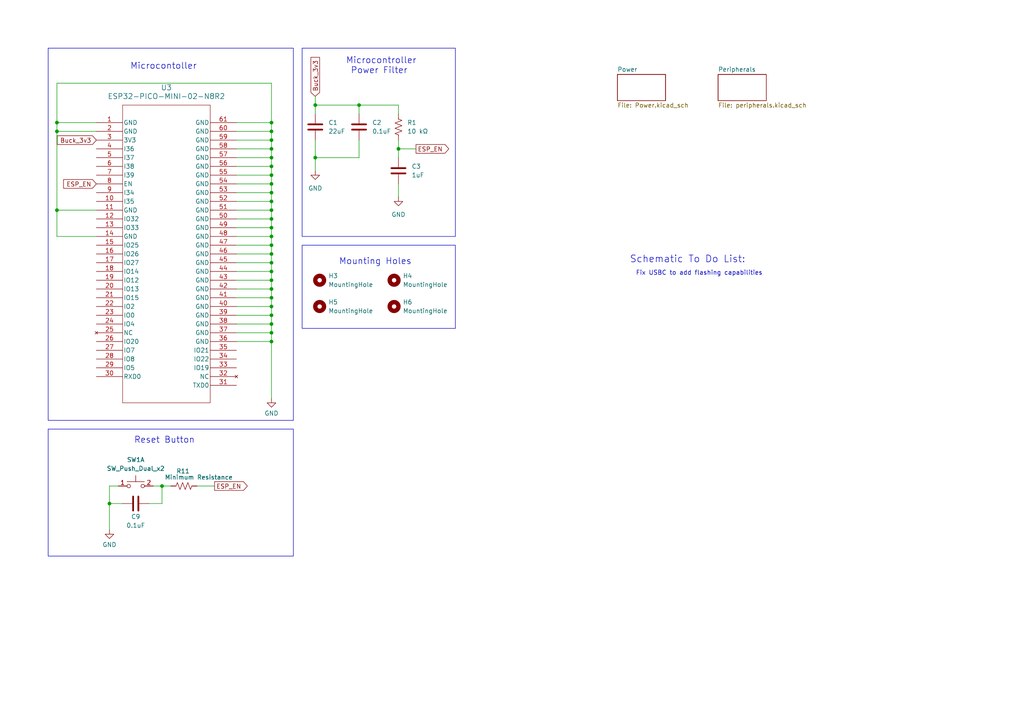
<source format=kicad_sch>
(kicad_sch
	(version 20250114)
	(generator "eeschema")
	(generator_version "9.0")
	(uuid "38abc652-c887-4ef7-a45f-d93ca7f4b2d6")
	(paper "A4")
	(lib_symbols
		(symbol "Device:C"
			(pin_numbers
				(hide yes)
			)
			(pin_names
				(offset 0.254)
			)
			(exclude_from_sim no)
			(in_bom yes)
			(on_board yes)
			(property "Reference" "C"
				(at 0.635 2.54 0)
				(effects
					(font
						(size 1.27 1.27)
					)
					(justify left)
				)
			)
			(property "Value" "C"
				(at 0.635 -2.54 0)
				(effects
					(font
						(size 1.27 1.27)
					)
					(justify left)
				)
			)
			(property "Footprint" ""
				(at 0.9652 -3.81 0)
				(effects
					(font
						(size 1.27 1.27)
					)
					(hide yes)
				)
			)
			(property "Datasheet" "~"
				(at 0 0 0)
				(effects
					(font
						(size 1.27 1.27)
					)
					(hide yes)
				)
			)
			(property "Description" "Unpolarized capacitor"
				(at 0 0 0)
				(effects
					(font
						(size 1.27 1.27)
					)
					(hide yes)
				)
			)
			(property "ki_keywords" "cap capacitor"
				(at 0 0 0)
				(effects
					(font
						(size 1.27 1.27)
					)
					(hide yes)
				)
			)
			(property "ki_fp_filters" "C_*"
				(at 0 0 0)
				(effects
					(font
						(size 1.27 1.27)
					)
					(hide yes)
				)
			)
			(symbol "C_0_1"
				(polyline
					(pts
						(xy -2.032 0.762) (xy 2.032 0.762)
					)
					(stroke
						(width 0.508)
						(type default)
					)
					(fill
						(type none)
					)
				)
				(polyline
					(pts
						(xy -2.032 -0.762) (xy 2.032 -0.762)
					)
					(stroke
						(width 0.508)
						(type default)
					)
					(fill
						(type none)
					)
				)
			)
			(symbol "C_1_1"
				(pin passive line
					(at 0 3.81 270)
					(length 2.794)
					(name "~"
						(effects
							(font
								(size 1.27 1.27)
							)
						)
					)
					(number "1"
						(effects
							(font
								(size 1.27 1.27)
							)
						)
					)
				)
				(pin passive line
					(at 0 -3.81 90)
					(length 2.794)
					(name "~"
						(effects
							(font
								(size 1.27 1.27)
							)
						)
					)
					(number "2"
						(effects
							(font
								(size 1.27 1.27)
							)
						)
					)
				)
			)
			(embedded_fonts no)
		)
		(symbol "Device:R_US"
			(pin_numbers
				(hide yes)
			)
			(pin_names
				(offset 0)
			)
			(exclude_from_sim no)
			(in_bom yes)
			(on_board yes)
			(property "Reference" "R"
				(at 2.54 0 90)
				(effects
					(font
						(size 1.27 1.27)
					)
				)
			)
			(property "Value" "R_US"
				(at -2.54 0 90)
				(effects
					(font
						(size 1.27 1.27)
					)
				)
			)
			(property "Footprint" ""
				(at 1.016 -0.254 90)
				(effects
					(font
						(size 1.27 1.27)
					)
					(hide yes)
				)
			)
			(property "Datasheet" "~"
				(at 0 0 0)
				(effects
					(font
						(size 1.27 1.27)
					)
					(hide yes)
				)
			)
			(property "Description" "Resistor, US symbol"
				(at 0 0 0)
				(effects
					(font
						(size 1.27 1.27)
					)
					(hide yes)
				)
			)
			(property "ki_keywords" "R res resistor"
				(at 0 0 0)
				(effects
					(font
						(size 1.27 1.27)
					)
					(hide yes)
				)
			)
			(property "ki_fp_filters" "R_*"
				(at 0 0 0)
				(effects
					(font
						(size 1.27 1.27)
					)
					(hide yes)
				)
			)
			(symbol "R_US_0_1"
				(polyline
					(pts
						(xy 0 2.286) (xy 0 2.54)
					)
					(stroke
						(width 0)
						(type default)
					)
					(fill
						(type none)
					)
				)
				(polyline
					(pts
						(xy 0 2.286) (xy 1.016 1.905) (xy 0 1.524) (xy -1.016 1.143) (xy 0 0.762)
					)
					(stroke
						(width 0)
						(type default)
					)
					(fill
						(type none)
					)
				)
				(polyline
					(pts
						(xy 0 0.762) (xy 1.016 0.381) (xy 0 0) (xy -1.016 -0.381) (xy 0 -0.762)
					)
					(stroke
						(width 0)
						(type default)
					)
					(fill
						(type none)
					)
				)
				(polyline
					(pts
						(xy 0 -0.762) (xy 1.016 -1.143) (xy 0 -1.524) (xy -1.016 -1.905) (xy 0 -2.286)
					)
					(stroke
						(width 0)
						(type default)
					)
					(fill
						(type none)
					)
				)
				(polyline
					(pts
						(xy 0 -2.286) (xy 0 -2.54)
					)
					(stroke
						(width 0)
						(type default)
					)
					(fill
						(type none)
					)
				)
			)
			(symbol "R_US_1_1"
				(pin passive line
					(at 0 3.81 270)
					(length 1.27)
					(name "~"
						(effects
							(font
								(size 1.27 1.27)
							)
						)
					)
					(number "1"
						(effects
							(font
								(size 1.27 1.27)
							)
						)
					)
				)
				(pin passive line
					(at 0 -3.81 90)
					(length 1.27)
					(name "~"
						(effects
							(font
								(size 1.27 1.27)
							)
						)
					)
					(number "2"
						(effects
							(font
								(size 1.27 1.27)
							)
						)
					)
				)
			)
			(embedded_fonts no)
		)
		(symbol "ESP32:ESP32-PICO-MINI-02-N8R2"
			(pin_names
				(offset 0.254)
			)
			(exclude_from_sim no)
			(in_bom yes)
			(on_board yes)
			(property "Reference" "U"
				(at 20.32 10.16 0)
				(effects
					(font
						(size 1.524 1.524)
					)
				)
			)
			(property "Value" "ESP32-PICO-MINI-02-N8R2"
				(at 20.32 7.62 0)
				(effects
					(font
						(size 1.524 1.524)
					)
				)
			)
			(property "Footprint" "ESP32-PICO-MINI-02_EXP"
				(at 0 0 0)
				(effects
					(font
						(size 1.27 1.27)
						(italic yes)
					)
					(hide yes)
				)
			)
			(property "Datasheet" "ESP32-PICO-MINI-02-N8R2"
				(at 0 0 0)
				(effects
					(font
						(size 1.27 1.27)
						(italic yes)
					)
					(hide yes)
				)
			)
			(property "Description" ""
				(at 0 0 0)
				(effects
					(font
						(size 1.27 1.27)
					)
					(hide yes)
				)
			)
			(property "ki_locked" ""
				(at 0 0 0)
				(effects
					(font
						(size 1.27 1.27)
					)
				)
			)
			(property "ki_keywords" "ESP32-PICO-MINI-02-N8R2"
				(at 0 0 0)
				(effects
					(font
						(size 1.27 1.27)
					)
					(hide yes)
				)
			)
			(property "ki_fp_filters" "ESP32-PICO-MINI-02_EXP"
				(at 0 0 0)
				(effects
					(font
						(size 1.27 1.27)
					)
					(hide yes)
				)
			)
			(symbol "ESP32-PICO-MINI-02-N8R2_0_1"
				(polyline
					(pts
						(xy 7.62 5.08) (xy 7.62 -81.28)
					)
					(stroke
						(width 0.127)
						(type default)
					)
					(fill
						(type none)
					)
				)
				(polyline
					(pts
						(xy 7.62 -81.28) (xy 33.02 -81.28)
					)
					(stroke
						(width 0.127)
						(type default)
					)
					(fill
						(type none)
					)
				)
				(polyline
					(pts
						(xy 33.02 5.08) (xy 7.62 5.08)
					)
					(stroke
						(width 0.127)
						(type default)
					)
					(fill
						(type none)
					)
				)
				(polyline
					(pts
						(xy 33.02 -81.28) (xy 33.02 5.08)
					)
					(stroke
						(width 0.127)
						(type default)
					)
					(fill
						(type none)
					)
				)
				(pin power_out line
					(at 0 0 0)
					(length 7.62)
					(name "GND"
						(effects
							(font
								(size 1.27 1.27)
							)
						)
					)
					(number "1"
						(effects
							(font
								(size 1.27 1.27)
							)
						)
					)
				)
				(pin power_out line
					(at 0 -2.54 0)
					(length 7.62)
					(name "GND"
						(effects
							(font
								(size 1.27 1.27)
							)
						)
					)
					(number "2"
						(effects
							(font
								(size 1.27 1.27)
							)
						)
					)
				)
				(pin power_in line
					(at 0 -5.08 0)
					(length 7.62)
					(name "3V3"
						(effects
							(font
								(size 1.27 1.27)
							)
						)
					)
					(number "3"
						(effects
							(font
								(size 1.27 1.27)
							)
						)
					)
				)
				(pin input line
					(at 0 -7.62 0)
					(length 7.62)
					(name "I36"
						(effects
							(font
								(size 1.27 1.27)
							)
						)
					)
					(number "4"
						(effects
							(font
								(size 1.27 1.27)
							)
						)
					)
				)
				(pin input line
					(at 0 -10.16 0)
					(length 7.62)
					(name "I37"
						(effects
							(font
								(size 1.27 1.27)
							)
						)
					)
					(number "5"
						(effects
							(font
								(size 1.27 1.27)
							)
						)
					)
				)
				(pin input line
					(at 0 -12.7 0)
					(length 7.62)
					(name "I38"
						(effects
							(font
								(size 1.27 1.27)
							)
						)
					)
					(number "6"
						(effects
							(font
								(size 1.27 1.27)
							)
						)
					)
				)
				(pin input line
					(at 0 -15.24 0)
					(length 7.62)
					(name "I39"
						(effects
							(font
								(size 1.27 1.27)
							)
						)
					)
					(number "7"
						(effects
							(font
								(size 1.27 1.27)
							)
						)
					)
				)
				(pin input line
					(at 0 -17.78 0)
					(length 7.62)
					(name "EN"
						(effects
							(font
								(size 1.27 1.27)
							)
						)
					)
					(number "8"
						(effects
							(font
								(size 1.27 1.27)
							)
						)
					)
				)
				(pin input line
					(at 0 -20.32 0)
					(length 7.62)
					(name "I34"
						(effects
							(font
								(size 1.27 1.27)
							)
						)
					)
					(number "9"
						(effects
							(font
								(size 1.27 1.27)
							)
						)
					)
				)
				(pin input line
					(at 0 -22.86 0)
					(length 7.62)
					(name "I35"
						(effects
							(font
								(size 1.27 1.27)
							)
						)
					)
					(number "10"
						(effects
							(font
								(size 1.27 1.27)
							)
						)
					)
				)
				(pin power_out line
					(at 0 -25.4 0)
					(length 7.62)
					(name "GND"
						(effects
							(font
								(size 1.27 1.27)
							)
						)
					)
					(number "11"
						(effects
							(font
								(size 1.27 1.27)
							)
						)
					)
				)
				(pin bidirectional line
					(at 0 -27.94 0)
					(length 7.62)
					(name "IO32"
						(effects
							(font
								(size 1.27 1.27)
							)
						)
					)
					(number "12"
						(effects
							(font
								(size 1.27 1.27)
							)
						)
					)
				)
				(pin bidirectional line
					(at 0 -30.48 0)
					(length 7.62)
					(name "IO33"
						(effects
							(font
								(size 1.27 1.27)
							)
						)
					)
					(number "13"
						(effects
							(font
								(size 1.27 1.27)
							)
						)
					)
				)
				(pin power_out line
					(at 0 -33.02 0)
					(length 7.62)
					(name "GND"
						(effects
							(font
								(size 1.27 1.27)
							)
						)
					)
					(number "14"
						(effects
							(font
								(size 1.27 1.27)
							)
						)
					)
				)
				(pin bidirectional line
					(at 0 -35.56 0)
					(length 7.62)
					(name "IO25"
						(effects
							(font
								(size 1.27 1.27)
							)
						)
					)
					(number "15"
						(effects
							(font
								(size 1.27 1.27)
							)
						)
					)
				)
				(pin bidirectional line
					(at 0 -38.1 0)
					(length 7.62)
					(name "IO26"
						(effects
							(font
								(size 1.27 1.27)
							)
						)
					)
					(number "16"
						(effects
							(font
								(size 1.27 1.27)
							)
						)
					)
				)
				(pin bidirectional line
					(at 0 -40.64 0)
					(length 7.62)
					(name "IO27"
						(effects
							(font
								(size 1.27 1.27)
							)
						)
					)
					(number "17"
						(effects
							(font
								(size 1.27 1.27)
							)
						)
					)
				)
				(pin bidirectional line
					(at 0 -43.18 0)
					(length 7.62)
					(name "IO14"
						(effects
							(font
								(size 1.27 1.27)
							)
						)
					)
					(number "18"
						(effects
							(font
								(size 1.27 1.27)
							)
						)
					)
				)
				(pin bidirectional line
					(at 0 -45.72 0)
					(length 7.62)
					(name "IO12"
						(effects
							(font
								(size 1.27 1.27)
							)
						)
					)
					(number "19"
						(effects
							(font
								(size 1.27 1.27)
							)
						)
					)
				)
				(pin bidirectional line
					(at 0 -48.26 0)
					(length 7.62)
					(name "IO13"
						(effects
							(font
								(size 1.27 1.27)
							)
						)
					)
					(number "20"
						(effects
							(font
								(size 1.27 1.27)
							)
						)
					)
				)
				(pin bidirectional line
					(at 0 -50.8 0)
					(length 7.62)
					(name "IO15"
						(effects
							(font
								(size 1.27 1.27)
							)
						)
					)
					(number "21"
						(effects
							(font
								(size 1.27 1.27)
							)
						)
					)
				)
				(pin bidirectional line
					(at 0 -53.34 0)
					(length 7.62)
					(name "IO2"
						(effects
							(font
								(size 1.27 1.27)
							)
						)
					)
					(number "22"
						(effects
							(font
								(size 1.27 1.27)
							)
						)
					)
				)
				(pin bidirectional line
					(at 0 -55.88 0)
					(length 7.62)
					(name "IO0"
						(effects
							(font
								(size 1.27 1.27)
							)
						)
					)
					(number "23"
						(effects
							(font
								(size 1.27 1.27)
							)
						)
					)
				)
				(pin bidirectional line
					(at 0 -58.42 0)
					(length 7.62)
					(name "IO4"
						(effects
							(font
								(size 1.27 1.27)
							)
						)
					)
					(number "24"
						(effects
							(font
								(size 1.27 1.27)
							)
						)
					)
				)
				(pin no_connect line
					(at 0 -60.96 0)
					(length 7.62)
					(name "NC"
						(effects
							(font
								(size 1.27 1.27)
							)
						)
					)
					(number "25"
						(effects
							(font
								(size 1.27 1.27)
							)
						)
					)
				)
				(pin bidirectional line
					(at 0 -63.5 0)
					(length 7.62)
					(name "IO20"
						(effects
							(font
								(size 1.27 1.27)
							)
						)
					)
					(number "26"
						(effects
							(font
								(size 1.27 1.27)
							)
						)
					)
				)
				(pin bidirectional line
					(at 0 -66.04 0)
					(length 7.62)
					(name "IO7"
						(effects
							(font
								(size 1.27 1.27)
							)
						)
					)
					(number "27"
						(effects
							(font
								(size 1.27 1.27)
							)
						)
					)
				)
				(pin bidirectional line
					(at 0 -68.58 0)
					(length 7.62)
					(name "IO8"
						(effects
							(font
								(size 1.27 1.27)
							)
						)
					)
					(number "28"
						(effects
							(font
								(size 1.27 1.27)
							)
						)
					)
				)
				(pin bidirectional line
					(at 0 -71.12 0)
					(length 7.62)
					(name "IO5"
						(effects
							(font
								(size 1.27 1.27)
							)
						)
					)
					(number "29"
						(effects
							(font
								(size 1.27 1.27)
							)
						)
					)
				)
				(pin bidirectional line
					(at 0 -73.66 0)
					(length 7.62)
					(name "RXD0"
						(effects
							(font
								(size 1.27 1.27)
							)
						)
					)
					(number "30"
						(effects
							(font
								(size 1.27 1.27)
							)
						)
					)
				)
				(pin power_out line
					(at 40.64 0 180)
					(length 7.62)
					(name "GND"
						(effects
							(font
								(size 1.27 1.27)
							)
						)
					)
					(number "61"
						(effects
							(font
								(size 1.27 1.27)
							)
						)
					)
				)
				(pin power_out line
					(at 40.64 -2.54 180)
					(length 7.62)
					(name "GND"
						(effects
							(font
								(size 1.27 1.27)
							)
						)
					)
					(number "60"
						(effects
							(font
								(size 1.27 1.27)
							)
						)
					)
				)
				(pin power_out line
					(at 40.64 -5.08 180)
					(length 7.62)
					(name "GND"
						(effects
							(font
								(size 1.27 1.27)
							)
						)
					)
					(number "59"
						(effects
							(font
								(size 1.27 1.27)
							)
						)
					)
				)
				(pin power_out line
					(at 40.64 -7.62 180)
					(length 7.62)
					(name "GND"
						(effects
							(font
								(size 1.27 1.27)
							)
						)
					)
					(number "58"
						(effects
							(font
								(size 1.27 1.27)
							)
						)
					)
				)
				(pin power_out line
					(at 40.64 -10.16 180)
					(length 7.62)
					(name "GND"
						(effects
							(font
								(size 1.27 1.27)
							)
						)
					)
					(number "57"
						(effects
							(font
								(size 1.27 1.27)
							)
						)
					)
				)
				(pin power_out line
					(at 40.64 -12.7 180)
					(length 7.62)
					(name "GND"
						(effects
							(font
								(size 1.27 1.27)
							)
						)
					)
					(number "56"
						(effects
							(font
								(size 1.27 1.27)
							)
						)
					)
				)
				(pin power_out line
					(at 40.64 -15.24 180)
					(length 7.62)
					(name "GND"
						(effects
							(font
								(size 1.27 1.27)
							)
						)
					)
					(number "55"
						(effects
							(font
								(size 1.27 1.27)
							)
						)
					)
				)
				(pin power_out line
					(at 40.64 -17.78 180)
					(length 7.62)
					(name "GND"
						(effects
							(font
								(size 1.27 1.27)
							)
						)
					)
					(number "54"
						(effects
							(font
								(size 1.27 1.27)
							)
						)
					)
				)
				(pin power_out line
					(at 40.64 -20.32 180)
					(length 7.62)
					(name "GND"
						(effects
							(font
								(size 1.27 1.27)
							)
						)
					)
					(number "53"
						(effects
							(font
								(size 1.27 1.27)
							)
						)
					)
				)
				(pin power_out line
					(at 40.64 -22.86 180)
					(length 7.62)
					(name "GND"
						(effects
							(font
								(size 1.27 1.27)
							)
						)
					)
					(number "52"
						(effects
							(font
								(size 1.27 1.27)
							)
						)
					)
				)
				(pin power_out line
					(at 40.64 -25.4 180)
					(length 7.62)
					(name "GND"
						(effects
							(font
								(size 1.27 1.27)
							)
						)
					)
					(number "51"
						(effects
							(font
								(size 1.27 1.27)
							)
						)
					)
				)
				(pin power_out line
					(at 40.64 -27.94 180)
					(length 7.62)
					(name "GND"
						(effects
							(font
								(size 1.27 1.27)
							)
						)
					)
					(number "50"
						(effects
							(font
								(size 1.27 1.27)
							)
						)
					)
				)
				(pin power_out line
					(at 40.64 -30.48 180)
					(length 7.62)
					(name "GND"
						(effects
							(font
								(size 1.27 1.27)
							)
						)
					)
					(number "49"
						(effects
							(font
								(size 1.27 1.27)
							)
						)
					)
				)
				(pin power_out line
					(at 40.64 -33.02 180)
					(length 7.62)
					(name "GND"
						(effects
							(font
								(size 1.27 1.27)
							)
						)
					)
					(number "48"
						(effects
							(font
								(size 1.27 1.27)
							)
						)
					)
				)
				(pin power_out line
					(at 40.64 -35.56 180)
					(length 7.62)
					(name "GND"
						(effects
							(font
								(size 1.27 1.27)
							)
						)
					)
					(number "47"
						(effects
							(font
								(size 1.27 1.27)
							)
						)
					)
				)
				(pin power_out line
					(at 40.64 -38.1 180)
					(length 7.62)
					(name "GND"
						(effects
							(font
								(size 1.27 1.27)
							)
						)
					)
					(number "46"
						(effects
							(font
								(size 1.27 1.27)
							)
						)
					)
				)
				(pin power_out line
					(at 40.64 -40.64 180)
					(length 7.62)
					(name "GND"
						(effects
							(font
								(size 1.27 1.27)
							)
						)
					)
					(number "45"
						(effects
							(font
								(size 1.27 1.27)
							)
						)
					)
				)
				(pin power_out line
					(at 40.64 -43.18 180)
					(length 7.62)
					(name "GND"
						(effects
							(font
								(size 1.27 1.27)
							)
						)
					)
					(number "44"
						(effects
							(font
								(size 1.27 1.27)
							)
						)
					)
				)
				(pin power_out line
					(at 40.64 -45.72 180)
					(length 7.62)
					(name "GND"
						(effects
							(font
								(size 1.27 1.27)
							)
						)
					)
					(number "43"
						(effects
							(font
								(size 1.27 1.27)
							)
						)
					)
				)
				(pin power_out line
					(at 40.64 -48.26 180)
					(length 7.62)
					(name "GND"
						(effects
							(font
								(size 1.27 1.27)
							)
						)
					)
					(number "42"
						(effects
							(font
								(size 1.27 1.27)
							)
						)
					)
				)
				(pin power_out line
					(at 40.64 -50.8 180)
					(length 7.62)
					(name "GND"
						(effects
							(font
								(size 1.27 1.27)
							)
						)
					)
					(number "41"
						(effects
							(font
								(size 1.27 1.27)
							)
						)
					)
				)
				(pin power_out line
					(at 40.64 -53.34 180)
					(length 7.62)
					(name "GND"
						(effects
							(font
								(size 1.27 1.27)
							)
						)
					)
					(number "40"
						(effects
							(font
								(size 1.27 1.27)
							)
						)
					)
				)
				(pin power_out line
					(at 40.64 -55.88 180)
					(length 7.62)
					(name "GND"
						(effects
							(font
								(size 1.27 1.27)
							)
						)
					)
					(number "39"
						(effects
							(font
								(size 1.27 1.27)
							)
						)
					)
				)
				(pin power_out line
					(at 40.64 -58.42 180)
					(length 7.62)
					(name "GND"
						(effects
							(font
								(size 1.27 1.27)
							)
						)
					)
					(number "38"
						(effects
							(font
								(size 1.27 1.27)
							)
						)
					)
				)
				(pin power_out line
					(at 40.64 -60.96 180)
					(length 7.62)
					(name "GND"
						(effects
							(font
								(size 1.27 1.27)
							)
						)
					)
					(number "37"
						(effects
							(font
								(size 1.27 1.27)
							)
						)
					)
				)
				(pin power_out line
					(at 40.64 -63.5 180)
					(length 7.62)
					(name "GND"
						(effects
							(font
								(size 1.27 1.27)
							)
						)
					)
					(number "36"
						(effects
							(font
								(size 1.27 1.27)
							)
						)
					)
				)
				(pin bidirectional line
					(at 40.64 -66.04 180)
					(length 7.62)
					(name "IO21"
						(effects
							(font
								(size 1.27 1.27)
							)
						)
					)
					(number "35"
						(effects
							(font
								(size 1.27 1.27)
							)
						)
					)
				)
				(pin bidirectional line
					(at 40.64 -68.58 180)
					(length 7.62)
					(name "IO22"
						(effects
							(font
								(size 1.27 1.27)
							)
						)
					)
					(number "34"
						(effects
							(font
								(size 1.27 1.27)
							)
						)
					)
				)
				(pin bidirectional line
					(at 40.64 -71.12 180)
					(length 7.62)
					(name "IO19"
						(effects
							(font
								(size 1.27 1.27)
							)
						)
					)
					(number "33"
						(effects
							(font
								(size 1.27 1.27)
							)
						)
					)
				)
				(pin no_connect line
					(at 40.64 -73.66 180)
					(length 7.62)
					(name "NC"
						(effects
							(font
								(size 1.27 1.27)
							)
						)
					)
					(number "32"
						(effects
							(font
								(size 1.27 1.27)
							)
						)
					)
				)
				(pin bidirectional line
					(at 40.64 -76.2 180)
					(length 7.62)
					(name "TXD0"
						(effects
							(font
								(size 1.27 1.27)
							)
						)
					)
					(number "31"
						(effects
							(font
								(size 1.27 1.27)
							)
						)
					)
				)
			)
			(embedded_fonts no)
		)
		(symbol "GND_1"
			(power)
			(pin_numbers
				(hide yes)
			)
			(pin_names
				(offset 0)
				(hide yes)
			)
			(exclude_from_sim no)
			(in_bom yes)
			(on_board yes)
			(property "Reference" "#PWR"
				(at 0 -6.35 0)
				(effects
					(font
						(size 1.27 1.27)
					)
					(hide yes)
				)
			)
			(property "Value" "GND"
				(at 0 -3.81 0)
				(effects
					(font
						(size 1.27 1.27)
					)
				)
			)
			(property "Footprint" ""
				(at 0 0 0)
				(effects
					(font
						(size 1.27 1.27)
					)
					(hide yes)
				)
			)
			(property "Datasheet" ""
				(at 0 0 0)
				(effects
					(font
						(size 1.27 1.27)
					)
					(hide yes)
				)
			)
			(property "Description" "Power symbol creates a global label with name \"GND\" , ground"
				(at 0 0 0)
				(effects
					(font
						(size 1.27 1.27)
					)
					(hide yes)
				)
			)
			(property "ki_keywords" "global power"
				(at 0 0 0)
				(effects
					(font
						(size 1.27 1.27)
					)
					(hide yes)
				)
			)
			(symbol "GND_1_0_1"
				(polyline
					(pts
						(xy 0 0) (xy 0 -1.27) (xy 1.27 -1.27) (xy 0 -2.54) (xy -1.27 -1.27) (xy 0 -1.27)
					)
					(stroke
						(width 0)
						(type default)
					)
					(fill
						(type none)
					)
				)
			)
			(symbol "GND_1_1_1"
				(pin power_in line
					(at 0 0 270)
					(length 0)
					(name "~"
						(effects
							(font
								(size 1.27 1.27)
							)
						)
					)
					(number "1"
						(effects
							(font
								(size 1.27 1.27)
							)
						)
					)
				)
			)
			(embedded_fonts no)
		)
		(symbol "Mechanical:MountingHole"
			(pin_names
				(offset 1.016)
			)
			(exclude_from_sim no)
			(in_bom no)
			(on_board yes)
			(property "Reference" "H"
				(at 0 5.08 0)
				(effects
					(font
						(size 1.27 1.27)
					)
				)
			)
			(property "Value" "MountingHole"
				(at 0 3.175 0)
				(effects
					(font
						(size 1.27 1.27)
					)
				)
			)
			(property "Footprint" ""
				(at 0 0 0)
				(effects
					(font
						(size 1.27 1.27)
					)
					(hide yes)
				)
			)
			(property "Datasheet" "~"
				(at 0 0 0)
				(effects
					(font
						(size 1.27 1.27)
					)
					(hide yes)
				)
			)
			(property "Description" "Mounting Hole without connection"
				(at 0 0 0)
				(effects
					(font
						(size 1.27 1.27)
					)
					(hide yes)
				)
			)
			(property "ki_keywords" "mounting hole"
				(at 0 0 0)
				(effects
					(font
						(size 1.27 1.27)
					)
					(hide yes)
				)
			)
			(property "ki_fp_filters" "MountingHole*"
				(at 0 0 0)
				(effects
					(font
						(size 1.27 1.27)
					)
					(hide yes)
				)
			)
			(symbol "MountingHole_0_1"
				(circle
					(center 0 0)
					(radius 1.27)
					(stroke
						(width 1.27)
						(type default)
					)
					(fill
						(type none)
					)
				)
			)
			(embedded_fonts no)
		)
		(symbol "Switch:SW_Push_Dual_x2"
			(pin_names
				(offset 1.016)
				(hide yes)
			)
			(exclude_from_sim no)
			(in_bom yes)
			(on_board yes)
			(property "Reference" "SW"
				(at 1.27 2.54 0)
				(effects
					(font
						(size 1.27 1.27)
					)
					(justify left)
				)
			)
			(property "Value" "SW_Push_Dual_x2"
				(at 0 -1.524 0)
				(effects
					(font
						(size 1.27 1.27)
					)
				)
			)
			(property "Footprint" ""
				(at 0 5.08 0)
				(effects
					(font
						(size 1.27 1.27)
					)
					(hide yes)
				)
			)
			(property "Datasheet" "~"
				(at 0 5.08 0)
				(effects
					(font
						(size 1.27 1.27)
					)
					(hide yes)
				)
			)
			(property "Description" "Push button switch, generic, separate symbols, four pins"
				(at 0 0 0)
				(effects
					(font
						(size 1.27 1.27)
					)
					(hide yes)
				)
			)
			(property "ki_keywords" "switch normally-open pushbutton push-button"
				(at 0 0 0)
				(effects
					(font
						(size 1.27 1.27)
					)
					(hide yes)
				)
			)
			(symbol "SW_Push_Dual_x2_0_1"
				(circle
					(center -2.032 0)
					(radius 0.508)
					(stroke
						(width 0)
						(type default)
					)
					(fill
						(type none)
					)
				)
				(polyline
					(pts
						(xy 0 1.27) (xy 0 3.048)
					)
					(stroke
						(width 0)
						(type default)
					)
					(fill
						(type none)
					)
				)
				(circle
					(center 2.032 0)
					(radius 0.508)
					(stroke
						(width 0)
						(type default)
					)
					(fill
						(type none)
					)
				)
				(polyline
					(pts
						(xy 2.54 1.27) (xy -2.54 1.27)
					)
					(stroke
						(width 0)
						(type default)
					)
					(fill
						(type none)
					)
				)
			)
			(symbol "SW_Push_Dual_x2_1_1"
				(pin passive line
					(at -5.08 0 0)
					(length 2.54)
					(name "C"
						(effects
							(font
								(size 1.27 1.27)
							)
						)
					)
					(number "1"
						(effects
							(font
								(size 1.27 1.27)
							)
						)
					)
				)
				(pin passive line
					(at 5.08 0 180)
					(length 2.54)
					(name "D"
						(effects
							(font
								(size 1.27 1.27)
							)
						)
					)
					(number "2"
						(effects
							(font
								(size 1.27 1.27)
							)
						)
					)
				)
			)
			(symbol "SW_Push_Dual_x2_2_1"
				(pin passive line
					(at -5.08 0 0)
					(length 2.54)
					(name "C"
						(effects
							(font
								(size 1.27 1.27)
							)
						)
					)
					(number "3"
						(effects
							(font
								(size 1.27 1.27)
							)
						)
					)
				)
				(pin passive line
					(at 5.08 0 180)
					(length 2.54)
					(name "D"
						(effects
							(font
								(size 1.27 1.27)
							)
						)
					)
					(number "4"
						(effects
							(font
								(size 1.27 1.27)
							)
						)
					)
				)
			)
			(embedded_fonts no)
		)
		(symbol "power:GND"
			(power)
			(pin_names
				(offset 0)
			)
			(exclude_from_sim no)
			(in_bom yes)
			(on_board yes)
			(property "Reference" "#PWR"
				(at 0 -6.35 0)
				(effects
					(font
						(size 1.27 1.27)
					)
					(hide yes)
				)
			)
			(property "Value" "GND"
				(at 0 -3.81 0)
				(effects
					(font
						(size 1.27 1.27)
					)
				)
			)
			(property "Footprint" ""
				(at 0 0 0)
				(effects
					(font
						(size 1.27 1.27)
					)
					(hide yes)
				)
			)
			(property "Datasheet" ""
				(at 0 0 0)
				(effects
					(font
						(size 1.27 1.27)
					)
					(hide yes)
				)
			)
			(property "Description" "Power symbol creates a global label with name \"GND\" , ground"
				(at 0 0 0)
				(effects
					(font
						(size 1.27 1.27)
					)
					(hide yes)
				)
			)
			(property "ki_keywords" "global power"
				(at 0 0 0)
				(effects
					(font
						(size 1.27 1.27)
					)
					(hide yes)
				)
			)
			(symbol "GND_0_1"
				(polyline
					(pts
						(xy 0 0) (xy 0 -1.27) (xy 1.27 -1.27) (xy 0 -2.54) (xy -1.27 -1.27) (xy 0 -1.27)
					)
					(stroke
						(width 0)
						(type default)
					)
					(fill
						(type none)
					)
				)
			)
			(symbol "GND_1_1"
				(pin power_in line
					(at 0 0 270)
					(length 0)
					(hide yes)
					(name "GND"
						(effects
							(font
								(size 1.27 1.27)
							)
						)
					)
					(number "1"
						(effects
							(font
								(size 1.27 1.27)
							)
						)
					)
				)
			)
			(embedded_fonts no)
		)
	)
	(rectangle
		(start 87.63 71.12)
		(end 132.08 95.25)
		(stroke
			(width 0)
			(type default)
		)
		(fill
			(type none)
		)
		(uuid 0202dc51-09b8-41b6-b2fc-773b63cbd96f)
	)
	(rectangle
		(start 87.63 13.97)
		(end 132.08 68.58)
		(stroke
			(width 0)
			(type default)
		)
		(fill
			(type none)
		)
		(uuid 1a794d2a-41f3-41ee-a165-5c80ce50596c)
	)
	(rectangle
		(start 13.97 13.97)
		(end 85.09 121.92)
		(stroke
			(width 0)
			(type default)
		)
		(fill
			(type none)
		)
		(uuid 8ef0bf35-98be-40b6-b1cd-c70cbc7fa822)
	)
	(rectangle
		(start 13.97 124.46)
		(end 85.09 161.29)
		(stroke
			(width 0)
			(type default)
		)
		(fill
			(type none)
		)
		(uuid eb7c78a6-2cad-4654-ba45-e9de75695843)
	)
	(text "Mounting Holes"
		(exclude_from_sim no)
		(at 98.298 76.962 0)
		(effects
			(font
				(size 1.8 1.8)
			)
			(justify left bottom)
		)
		(uuid "05e4360e-26a1-42e8-baf5-b25046b219e1")
	)
	(text "Microcontoller\n"
		(exclude_from_sim no)
		(at 57.15 20.32 0)
		(effects
			(font
				(size 1.8 1.8)
			)
			(justify right bottom)
		)
		(uuid "2c5c59a3-936f-4336-b427-f4f57b808fdc")
	)
	(text "Schematic To Do List:"
		(exclude_from_sim no)
		(at 182.626 76.454 0)
		(effects
			(font
				(size 2 2)
			)
			(justify left bottom)
		)
		(uuid "82ee2128-b716-4428-b73b-4081c3ce565f")
	)
	(text "Reset Button\n"
		(exclude_from_sim no)
		(at 38.862 128.778 0)
		(effects
			(font
				(size 1.8 1.8)
			)
			(justify left bottom)
		)
		(uuid "b58db76f-8deb-41b7-934b-22c7138bcb3d")
	)
	(text "Fix USBC to add flashing capabilities"
		(exclude_from_sim no)
		(at 184.404 80.01 0)
		(effects
			(font
				(size 1.27 1.27)
			)
			(justify left bottom)
		)
		(uuid "c1e75f7f-9e23-41b1-93b0-e6f6680d7381")
	)
	(text "Microcontroller \n Power Filter"
		(exclude_from_sim no)
		(at 100.33 21.59 0)
		(effects
			(font
				(size 1.8 1.8)
			)
			(justify left bottom)
		)
		(uuid "fe538148-efd3-40b0-81bc-33b2e9f7a32e")
	)
	(junction
		(at 78.74 45.72)
		(diameter 0)
		(color 0 0 0 0)
		(uuid "09d6a806-2a7c-4601-b095-fc16878027ff")
	)
	(junction
		(at 115.57 43.18)
		(diameter 0)
		(color 0 0 0 0)
		(uuid "1a9da8b3-fc34-4794-9a47-4e8375c1f3d0")
	)
	(junction
		(at 16.51 60.96)
		(diameter 0)
		(color 0 0 0 0)
		(uuid "1cab4ff4-04cc-4d76-9e96-5f16e12cb224")
	)
	(junction
		(at 31.75 146.05)
		(diameter 0)
		(color 0 0 0 0)
		(uuid "23801007-67a6-4f5d-94d4-4c77f6fec977")
	)
	(junction
		(at 16.51 35.56)
		(diameter 0)
		(color 0 0 0 0)
		(uuid "2399c815-7cdb-4151-b3b1-c37ec7530dc7")
	)
	(junction
		(at 78.74 86.36)
		(diameter 0)
		(color 0 0 0 0)
		(uuid "4336e024-6595-4e2e-9085-896b40a8a70f")
	)
	(junction
		(at 16.51 38.1)
		(diameter 0)
		(color 0 0 0 0)
		(uuid "53ff4024-7226-4746-b9bd-8a1b6fdd94ae")
	)
	(junction
		(at 78.74 83.82)
		(diameter 0)
		(color 0 0 0 0)
		(uuid "5c4e0f86-2838-4422-a865-cfa8ec738a4d")
	)
	(junction
		(at 78.74 43.18)
		(diameter 0)
		(color 0 0 0 0)
		(uuid "61dee0c5-0214-4329-8c89-54c57cfe0392")
	)
	(junction
		(at 104.14 30.48)
		(diameter 0)
		(color 0 0 0 0)
		(uuid "6b387c70-2d40-4812-b65b-18b6c6437866")
	)
	(junction
		(at 78.74 81.28)
		(diameter 0)
		(color 0 0 0 0)
		(uuid "751b266b-1720-4468-aa37-5557dcb3bf0d")
	)
	(junction
		(at 78.74 48.26)
		(diameter 0)
		(color 0 0 0 0)
		(uuid "76f6f700-a3ab-4797-81f7-2ae5ed6a1017")
	)
	(junction
		(at 91.44 30.48)
		(diameter 0)
		(color 0 0 0 0)
		(uuid "779751b7-0b59-406e-9fa5-f6c6d105dcac")
	)
	(junction
		(at 78.74 58.42)
		(diameter 0)
		(color 0 0 0 0)
		(uuid "7bf045d4-534c-4734-8e95-94e50d98c1ed")
	)
	(junction
		(at 78.74 40.64)
		(diameter 0)
		(color 0 0 0 0)
		(uuid "860adeef-1740-4b8b-8f3d-5bf3053c315a")
	)
	(junction
		(at 78.74 99.06)
		(diameter 0)
		(color 0 0 0 0)
		(uuid "9137485b-cbcb-4c57-988a-ef9af9e7956d")
	)
	(junction
		(at 78.74 73.66)
		(diameter 0)
		(color 0 0 0 0)
		(uuid "97a9bffe-b150-4921-a3f9-a1332239e437")
	)
	(junction
		(at 78.74 60.96)
		(diameter 0)
		(color 0 0 0 0)
		(uuid "a6dc602f-7569-458b-a402-ee3c683ee3a0")
	)
	(junction
		(at 78.74 63.5)
		(diameter 0)
		(color 0 0 0 0)
		(uuid "aa14bd71-afc7-49c0-a744-7976a70f9b0a")
	)
	(junction
		(at 78.74 96.52)
		(diameter 0)
		(color 0 0 0 0)
		(uuid "ac14ff3e-aba3-446e-8006-a2494cf6ce09")
	)
	(junction
		(at 78.74 35.56)
		(diameter 0)
		(color 0 0 0 0)
		(uuid "b5689399-7397-46cf-9950-8b0fcbf8d49c")
	)
	(junction
		(at 78.74 91.44)
		(diameter 0)
		(color 0 0 0 0)
		(uuid "b7b51623-0f74-40da-a150-febd6d2dfaa5")
	)
	(junction
		(at 91.44 45.72)
		(diameter 0)
		(color 0 0 0 0)
		(uuid "bebb9f8d-3d14-4a2e-a22e-86296aed490b")
	)
	(junction
		(at 78.74 88.9)
		(diameter 0)
		(color 0 0 0 0)
		(uuid "bfc94de5-b95c-425b-a6e1-f2dd3e3231ce")
	)
	(junction
		(at 78.74 55.88)
		(diameter 0)
		(color 0 0 0 0)
		(uuid "c0f5490e-1ade-42dd-97db-30db2d89c36c")
	)
	(junction
		(at 78.74 68.58)
		(diameter 0)
		(color 0 0 0 0)
		(uuid "c502e5e8-f054-45ee-bae8-db84d6c645c2")
	)
	(junction
		(at 78.74 38.1)
		(diameter 0)
		(color 0 0 0 0)
		(uuid "ca54f91a-6e83-4ea7-a9a3-11ccb3627c64")
	)
	(junction
		(at 78.74 93.98)
		(diameter 0)
		(color 0 0 0 0)
		(uuid "d3b888b7-1e2f-434a-995a-95daafdb4bc5")
	)
	(junction
		(at 78.74 53.34)
		(diameter 0)
		(color 0 0 0 0)
		(uuid "d4ee8bbf-cf88-4c98-9dd5-d322c54d84ef")
	)
	(junction
		(at 78.74 66.04)
		(diameter 0)
		(color 0 0 0 0)
		(uuid "e225b936-8c46-4e3b-96e7-ba7137d41541")
	)
	(junction
		(at 78.74 71.12)
		(diameter 0)
		(color 0 0 0 0)
		(uuid "e27557ce-1e2c-489f-9a6a-a282aa5a1397")
	)
	(junction
		(at 46.99 140.97)
		(diameter 0)
		(color 0 0 0 0)
		(uuid "e40ee7c8-c3e3-4f1d-95d3-990fab11729f")
	)
	(junction
		(at 78.74 76.2)
		(diameter 0)
		(color 0 0 0 0)
		(uuid "e4fc060e-6277-4929-9b55-dedceb78d3d2")
	)
	(junction
		(at 78.74 50.8)
		(diameter 0)
		(color 0 0 0 0)
		(uuid "f64b03bf-28ec-41e6-afda-1b326b57b351")
	)
	(junction
		(at 78.74 78.74)
		(diameter 0)
		(color 0 0 0 0)
		(uuid "f8771315-e04b-4747-823a-65e0d898494f")
	)
	(wire
		(pts
			(xy 68.58 40.64) (xy 78.74 40.64)
		)
		(stroke
			(width 0)
			(type default)
		)
		(uuid "01b4caa2-2c51-4233-a467-a35cc386d143")
	)
	(wire
		(pts
			(xy 78.74 45.72) (xy 78.74 48.26)
		)
		(stroke
			(width 0)
			(type default)
		)
		(uuid "0271bcd7-995b-4afc-9ebd-cbb0f33a8642")
	)
	(wire
		(pts
			(xy 78.74 86.36) (xy 78.74 88.9)
		)
		(stroke
			(width 0)
			(type default)
		)
		(uuid "08e7f4f4-054a-46af-97c1-45b9c19c94d0")
	)
	(wire
		(pts
			(xy 115.57 43.18) (xy 115.57 45.72)
		)
		(stroke
			(width 0)
			(type default)
		)
		(uuid "0a544e6c-2f58-4332-aded-5479886d4694")
	)
	(wire
		(pts
			(xy 68.58 86.36) (xy 78.74 86.36)
		)
		(stroke
			(width 0)
			(type default)
		)
		(uuid "0babc9a8-2c82-4a4b-82ea-4f8bc0927f52")
	)
	(wire
		(pts
			(xy 78.74 48.26) (xy 78.74 50.8)
		)
		(stroke
			(width 0)
			(type default)
		)
		(uuid "0c71f24f-fb2d-4ded-b58b-f6d1113ea734")
	)
	(wire
		(pts
			(xy 78.74 43.18) (xy 78.74 45.72)
		)
		(stroke
			(width 0)
			(type default)
		)
		(uuid "0cb803c3-efdc-4172-bb34-ace288a9d602")
	)
	(wire
		(pts
			(xy 46.99 140.97) (xy 49.53 140.97)
		)
		(stroke
			(width 0)
			(type default)
		)
		(uuid "125b78e1-3a47-46d7-9463-91fc63b4c268")
	)
	(wire
		(pts
			(xy 78.74 71.12) (xy 78.74 73.66)
		)
		(stroke
			(width 0)
			(type default)
		)
		(uuid "13dd0c44-1a62-4b9b-a233-2e90369f9cc1")
	)
	(wire
		(pts
			(xy 68.58 99.06) (xy 78.74 99.06)
		)
		(stroke
			(width 0)
			(type default)
		)
		(uuid "15d2d722-7e4a-4cef-bb49-e33337700c8f")
	)
	(wire
		(pts
			(xy 68.58 63.5) (xy 78.74 63.5)
		)
		(stroke
			(width 0)
			(type default)
		)
		(uuid "1ab252ff-ed61-4ed1-be32-e395ef912fe3")
	)
	(wire
		(pts
			(xy 78.74 91.44) (xy 78.74 93.98)
		)
		(stroke
			(width 0)
			(type default)
		)
		(uuid "1d93efff-11de-4d02-b0e2-6ef5edb0defa")
	)
	(wire
		(pts
			(xy 68.58 38.1) (xy 78.74 38.1)
		)
		(stroke
			(width 0)
			(type default)
		)
		(uuid "1f07622c-dedd-4ad2-a868-2cb465599ff3")
	)
	(wire
		(pts
			(xy 68.58 43.18) (xy 78.74 43.18)
		)
		(stroke
			(width 0)
			(type default)
		)
		(uuid "23a9d47d-e59f-467e-b34c-386feeb377fd")
	)
	(wire
		(pts
			(xy 44.45 140.97) (xy 46.99 140.97)
		)
		(stroke
			(width 0)
			(type default)
		)
		(uuid "27f5c5f5-4657-4668-87bf-6557e5db8497")
	)
	(wire
		(pts
			(xy 68.58 73.66) (xy 78.74 73.66)
		)
		(stroke
			(width 0)
			(type default)
		)
		(uuid "2ec340da-5a10-44af-888c-c4de9ddf6f64")
	)
	(wire
		(pts
			(xy 16.51 68.58) (xy 16.51 60.96)
		)
		(stroke
			(width 0)
			(type default)
		)
		(uuid "34d1b564-b69d-479a-9d78-6e97df17473c")
	)
	(wire
		(pts
			(xy 68.58 93.98) (xy 78.74 93.98)
		)
		(stroke
			(width 0)
			(type default)
		)
		(uuid "37ee5a00-d674-4a5f-81df-2e3cd7ec5925")
	)
	(wire
		(pts
			(xy 78.74 115.57) (xy 78.74 99.06)
		)
		(stroke
			(width 0)
			(type default)
		)
		(uuid "4535cc2c-d48d-40c6-9984-61388a252d1b")
	)
	(wire
		(pts
			(xy 78.74 81.28) (xy 78.74 83.82)
		)
		(stroke
			(width 0)
			(type default)
		)
		(uuid "457c3aa6-e5fd-4dfa-ad93-7312d7fa6278")
	)
	(wire
		(pts
			(xy 68.58 58.42) (xy 78.74 58.42)
		)
		(stroke
			(width 0)
			(type default)
		)
		(uuid "488296a7-72dd-41d2-a59f-88a374254702")
	)
	(wire
		(pts
			(xy 78.74 55.88) (xy 78.74 58.42)
		)
		(stroke
			(width 0)
			(type default)
		)
		(uuid "49070cc5-3977-400a-870e-982fccab680a")
	)
	(wire
		(pts
			(xy 68.58 48.26) (xy 78.74 48.26)
		)
		(stroke
			(width 0)
			(type default)
		)
		(uuid "4a15575d-3d78-4569-9e08-e2ba7881bdac")
	)
	(wire
		(pts
			(xy 78.74 63.5) (xy 78.74 66.04)
		)
		(stroke
			(width 0)
			(type default)
		)
		(uuid "4e602b5b-b811-4716-b483-234cd4ec6cfa")
	)
	(wire
		(pts
			(xy 16.51 60.96) (xy 16.51 38.1)
		)
		(stroke
			(width 0)
			(type default)
		)
		(uuid "504a1840-8eb6-4ed3-98fe-d1a15b08c9af")
	)
	(wire
		(pts
			(xy 68.58 66.04) (xy 78.74 66.04)
		)
		(stroke
			(width 0)
			(type default)
		)
		(uuid "519e32fa-7f14-4445-8f88-cc5067ba62d8")
	)
	(wire
		(pts
			(xy 78.74 96.52) (xy 78.74 99.06)
		)
		(stroke
			(width 0)
			(type default)
		)
		(uuid "5992b729-d14f-4f57-8b82-d2df6546996f")
	)
	(wire
		(pts
			(xy 78.74 24.13) (xy 78.74 35.56)
		)
		(stroke
			(width 0)
			(type default)
		)
		(uuid "599b8246-ade4-49c4-b0c5-0f8d478df521")
	)
	(wire
		(pts
			(xy 34.29 140.97) (xy 31.75 140.97)
		)
		(stroke
			(width 0)
			(type default)
		)
		(uuid "5a9acbdb-b4a1-4eda-a2ce-28af735a595d")
	)
	(wire
		(pts
			(xy 68.58 88.9) (xy 78.74 88.9)
		)
		(stroke
			(width 0)
			(type default)
		)
		(uuid "5ab3996c-226f-4509-96ee-4ccedac9a168")
	)
	(wire
		(pts
			(xy 115.57 53.34) (xy 115.57 57.15)
		)
		(stroke
			(width 0)
			(type default)
		)
		(uuid "5eb129fa-f082-4259-b430-78bbdeb0b580")
	)
	(wire
		(pts
			(xy 91.44 33.02) (xy 91.44 30.48)
		)
		(stroke
			(width 0)
			(type default)
		)
		(uuid "607d4fb2-721a-43be-96bc-7c6d143cbde9")
	)
	(wire
		(pts
			(xy 31.75 140.97) (xy 31.75 146.05)
		)
		(stroke
			(width 0)
			(type default)
		)
		(uuid "612ed448-5d7d-4226-8795-94bd64793047")
	)
	(wire
		(pts
			(xy 68.58 78.74) (xy 78.74 78.74)
		)
		(stroke
			(width 0)
			(type default)
		)
		(uuid "62fc9c7b-ed2b-4f40-a046-b1562b0fd069")
	)
	(wire
		(pts
			(xy 43.18 146.05) (xy 46.99 146.05)
		)
		(stroke
			(width 0)
			(type default)
		)
		(uuid "64bdd549-964c-4ce3-83a6-9a9990f21386")
	)
	(wire
		(pts
			(xy 78.74 58.42) (xy 78.74 60.96)
		)
		(stroke
			(width 0)
			(type default)
		)
		(uuid "65c2a59f-d8b0-48d9-8ee7-78a1192672e6")
	)
	(wire
		(pts
			(xy 68.58 50.8) (xy 78.74 50.8)
		)
		(stroke
			(width 0)
			(type default)
		)
		(uuid "68659442-61e2-4e11-9df0-b151478a1f2e")
	)
	(wire
		(pts
			(xy 78.74 78.74) (xy 78.74 81.28)
		)
		(stroke
			(width 0)
			(type default)
		)
		(uuid "702b0ce9-aab2-4d98-8c32-ec4f4df24d31")
	)
	(wire
		(pts
			(xy 91.44 45.72) (xy 91.44 49.53)
		)
		(stroke
			(width 0)
			(type default)
		)
		(uuid "7917b051-f86e-4618-bf4e-ea49ff7ee10b")
	)
	(wire
		(pts
			(xy 78.74 60.96) (xy 78.74 63.5)
		)
		(stroke
			(width 0)
			(type default)
		)
		(uuid "7a974025-b208-44f1-8202-dc76fb2c9c9a")
	)
	(wire
		(pts
			(xy 78.74 38.1) (xy 78.74 40.64)
		)
		(stroke
			(width 0)
			(type default)
		)
		(uuid "7e7679f1-79bf-4274-b26c-e2b60dcc9e21")
	)
	(wire
		(pts
			(xy 68.58 35.56) (xy 78.74 35.56)
		)
		(stroke
			(width 0)
			(type default)
		)
		(uuid "831e4146-9118-48b5-982b-612bb3a5dec9")
	)
	(wire
		(pts
			(xy 115.57 43.18) (xy 115.57 40.64)
		)
		(stroke
			(width 0)
			(type default)
		)
		(uuid "859d932e-2ded-4c7d-8975-26eba59170db")
	)
	(wire
		(pts
			(xy 91.44 30.48) (xy 104.14 30.48)
		)
		(stroke
			(width 0)
			(type default)
		)
		(uuid "85d6c43d-bce4-4084-8af3-ce3c8f900368")
	)
	(wire
		(pts
			(xy 16.51 38.1) (xy 27.94 38.1)
		)
		(stroke
			(width 0)
			(type default)
		)
		(uuid "88efbf9b-f62c-4470-84df-63d6cd48df18")
	)
	(wire
		(pts
			(xy 78.74 35.56) (xy 78.74 38.1)
		)
		(stroke
			(width 0)
			(type default)
		)
		(uuid "8d6aae5d-1cc1-48c8-9cda-563ddd1aeb0a")
	)
	(wire
		(pts
			(xy 78.74 83.82) (xy 78.74 86.36)
		)
		(stroke
			(width 0)
			(type default)
		)
		(uuid "8f9c62c4-4bbb-4c11-a257-a9053d0c78c0")
	)
	(wire
		(pts
			(xy 78.74 68.58) (xy 78.74 71.12)
		)
		(stroke
			(width 0)
			(type default)
		)
		(uuid "905258a7-3116-462b-9c7f-d351c2184bcf")
	)
	(wire
		(pts
			(xy 68.58 81.28) (xy 78.74 81.28)
		)
		(stroke
			(width 0)
			(type default)
		)
		(uuid "92a2d7d3-ad00-4b65-bffc-3c5ac861f19a")
	)
	(wire
		(pts
			(xy 104.14 45.72) (xy 104.14 40.64)
		)
		(stroke
			(width 0)
			(type default)
		)
		(uuid "92ff9d37-0ad1-4d50-9f26-e7df83daa18d")
	)
	(wire
		(pts
			(xy 27.94 60.96) (xy 16.51 60.96)
		)
		(stroke
			(width 0)
			(type default)
		)
		(uuid "9b23445b-63bf-4787-88e3-2a8c3cd0f7d6")
	)
	(wire
		(pts
			(xy 115.57 43.18) (xy 120.65 43.18)
		)
		(stroke
			(width 0)
			(type default)
		)
		(uuid "a101b745-02d0-4d78-b3f6-5ef8a691c72f")
	)
	(wire
		(pts
			(xy 68.58 76.2) (xy 78.74 76.2)
		)
		(stroke
			(width 0)
			(type default)
		)
		(uuid "a360a438-e85d-43f7-94c4-06973cf33f91")
	)
	(wire
		(pts
			(xy 68.58 68.58) (xy 78.74 68.58)
		)
		(stroke
			(width 0)
			(type default)
		)
		(uuid "a5146491-c038-464f-9859-5bd72e6d8c0e")
	)
	(wire
		(pts
			(xy 78.74 66.04) (xy 78.74 68.58)
		)
		(stroke
			(width 0)
			(type default)
		)
		(uuid "a69e3684-1d4c-4921-9c41-d7d756c74be6")
	)
	(wire
		(pts
			(xy 78.74 53.34) (xy 78.74 55.88)
		)
		(stroke
			(width 0)
			(type default)
		)
		(uuid "a9a5958a-eb26-45bc-85aa-8a24af99d7ae")
	)
	(wire
		(pts
			(xy 68.58 55.88) (xy 78.74 55.88)
		)
		(stroke
			(width 0)
			(type default)
		)
		(uuid "ae963921-98cb-4080-b4cf-6edf8af6cbde")
	)
	(wire
		(pts
			(xy 16.51 24.13) (xy 16.51 35.56)
		)
		(stroke
			(width 0)
			(type default)
		)
		(uuid "afe0c096-e613-4515-827c-5619a005c7f6")
	)
	(wire
		(pts
			(xy 78.74 76.2) (xy 78.74 78.74)
		)
		(stroke
			(width 0)
			(type default)
		)
		(uuid "b1722a2b-3f78-4b40-b402-cb3a71629dae")
	)
	(wire
		(pts
			(xy 68.58 96.52) (xy 78.74 96.52)
		)
		(stroke
			(width 0)
			(type default)
		)
		(uuid "b259ca30-054f-4fc2-abd0-e358038aa8c3")
	)
	(wire
		(pts
			(xy 68.58 91.44) (xy 78.74 91.44)
		)
		(stroke
			(width 0)
			(type default)
		)
		(uuid "b2f92419-e253-4dcb-aeaf-56e37309e085")
	)
	(wire
		(pts
			(xy 104.14 30.48) (xy 104.14 33.02)
		)
		(stroke
			(width 0)
			(type default)
		)
		(uuid "b3bda404-6bb3-4da0-886a-b34afb5c1b26")
	)
	(wire
		(pts
			(xy 91.44 40.64) (xy 91.44 45.72)
		)
		(stroke
			(width 0)
			(type default)
		)
		(uuid "b884866d-16c0-4998-88f8-74a375f48286")
	)
	(wire
		(pts
			(xy 68.58 60.96) (xy 78.74 60.96)
		)
		(stroke
			(width 0)
			(type default)
		)
		(uuid "ba885724-ebd8-4eb4-b301-503f3af9cad6")
	)
	(wire
		(pts
			(xy 104.14 30.48) (xy 115.57 30.48)
		)
		(stroke
			(width 0)
			(type default)
		)
		(uuid "bcb21a3a-0211-4baf-bb30-4e8ac51245b6")
	)
	(wire
		(pts
			(xy 16.51 35.56) (xy 27.94 35.56)
		)
		(stroke
			(width 0)
			(type default)
		)
		(uuid "bccde48a-4b5e-432d-b38f-15aac2d6fd5e")
	)
	(wire
		(pts
			(xy 68.58 53.34) (xy 78.74 53.34)
		)
		(stroke
			(width 0)
			(type default)
		)
		(uuid "be49cf92-b65e-49ec-a646-854aa9cbe5c8")
	)
	(wire
		(pts
			(xy 68.58 45.72) (xy 78.74 45.72)
		)
		(stroke
			(width 0)
			(type default)
		)
		(uuid "c0a78c63-2b61-493a-8c78-07bd1247c4bf")
	)
	(wire
		(pts
			(xy 31.75 153.67) (xy 31.75 146.05)
		)
		(stroke
			(width 0)
			(type default)
		)
		(uuid "c24e200e-ff3e-498d-ab97-0d1a73f2edb7")
	)
	(wire
		(pts
			(xy 46.99 146.05) (xy 46.99 140.97)
		)
		(stroke
			(width 0)
			(type default)
		)
		(uuid "c2919bc0-80d9-4221-8a52-226e51b7f64e")
	)
	(wire
		(pts
			(xy 68.58 83.82) (xy 78.74 83.82)
		)
		(stroke
			(width 0)
			(type default)
		)
		(uuid "c4c43032-f159-4b02-a0ff-6d301639a2c6")
	)
	(wire
		(pts
			(xy 78.74 73.66) (xy 78.74 76.2)
		)
		(stroke
			(width 0)
			(type default)
		)
		(uuid "c761a5a2-e7f3-43e5-abb9-45baff46b258")
	)
	(wire
		(pts
			(xy 57.15 140.97) (xy 62.23 140.97)
		)
		(stroke
			(width 0)
			(type default)
		)
		(uuid "c7f7491e-6863-4104-931c-9820b5743a35")
	)
	(wire
		(pts
			(xy 91.44 45.72) (xy 104.14 45.72)
		)
		(stroke
			(width 0)
			(type default)
		)
		(uuid "cb319286-7a4f-456c-a31d-19deaec4cf5b")
	)
	(wire
		(pts
			(xy 78.74 88.9) (xy 78.74 91.44)
		)
		(stroke
			(width 0)
			(type default)
		)
		(uuid "ce5d59e3-b063-417c-b6bd-38682005f56a")
	)
	(wire
		(pts
			(xy 115.57 30.48) (xy 115.57 33.02)
		)
		(stroke
			(width 0)
			(type default)
		)
		(uuid "d364ab74-349d-4f84-a339-5cb07c9f04b5")
	)
	(wire
		(pts
			(xy 16.51 24.13) (xy 78.74 24.13)
		)
		(stroke
			(width 0)
			(type default)
		)
		(uuid "da62b347-933e-42b4-8a71-6ff776dcbae9")
	)
	(wire
		(pts
			(xy 68.58 71.12) (xy 78.74 71.12)
		)
		(stroke
			(width 0)
			(type default)
		)
		(uuid "ddcfa830-9728-4198-9921-342582c95cc8")
	)
	(wire
		(pts
			(xy 27.94 68.58) (xy 16.51 68.58)
		)
		(stroke
			(width 0)
			(type default)
		)
		(uuid "df767e33-35c1-4bbe-b788-252edefee912")
	)
	(wire
		(pts
			(xy 78.74 40.64) (xy 78.74 43.18)
		)
		(stroke
			(width 0)
			(type default)
		)
		(uuid "e2a0c65d-df46-4bd5-97cb-ff18f1f5a8ef")
	)
	(wire
		(pts
			(xy 16.51 35.56) (xy 16.51 38.1)
		)
		(stroke
			(width 0)
			(type default)
		)
		(uuid "e4248508-ba5a-47a0-956b-4e6a5e30ea31")
	)
	(wire
		(pts
			(xy 91.44 27.94) (xy 91.44 30.48)
		)
		(stroke
			(width 0)
			(type default)
		)
		(uuid "e6fc042a-a508-4d12-8092-b72a5422b5ff")
	)
	(wire
		(pts
			(xy 78.74 50.8) (xy 78.74 53.34)
		)
		(stroke
			(width 0)
			(type default)
		)
		(uuid "e7c3e229-41b9-40b9-a7b7-9566388a04e5")
	)
	(wire
		(pts
			(xy 78.74 93.98) (xy 78.74 96.52)
		)
		(stroke
			(width 0)
			(type default)
		)
		(uuid "eb1396cf-1bf6-4ef2-82e1-f8bf52a803f4")
	)
	(wire
		(pts
			(xy 31.75 146.05) (xy 35.56 146.05)
		)
		(stroke
			(width 0)
			(type default)
		)
		(uuid "f23d4422-5088-4276-bae9-84f73a9039f6")
	)
	(global_label "ESP_EN"
		(shape output)
		(at 120.65 43.18 0)
		(fields_autoplaced yes)
		(effects
			(font
				(size 1.27 1.27)
			)
			(justify left)
		)
		(uuid "03111183-4eaf-4f36-833b-1c9599ef996a")
		(property "Intersheetrefs" "${INTERSHEET_REFS}"
			(at 130.7108 43.18 0)
			(effects
				(font
					(size 1.27 1.27)
				)
				(justify left)
				(hide yes)
			)
		)
	)
	(global_label "ESP_EN"
		(shape input)
		(at 27.94 53.34 180)
		(fields_autoplaced yes)
		(effects
			(font
				(size 1.27 1.27)
			)
			(justify right)
		)
		(uuid "28887401-fcf0-42c6-a83d-0c072debe7cb")
		(property "Intersheetrefs" "${INTERSHEET_REFS}"
			(at 17.8792 53.34 0)
			(effects
				(font
					(size 1.27 1.27)
				)
				(justify right)
				(hide yes)
			)
		)
	)
	(global_label "ESP_EN"
		(shape output)
		(at 62.23 140.97 0)
		(fields_autoplaced yes)
		(effects
			(font
				(size 1.27 1.27)
			)
			(justify left)
		)
		(uuid "92955b8b-8c69-423d-9c13-f3cfcea4f0e5")
		(property "Intersheetrefs" "${INTERSHEET_REFS}"
			(at 72.2908 140.97 0)
			(effects
				(font
					(size 1.27 1.27)
				)
				(justify left)
				(hide yes)
			)
		)
	)
	(global_label "Buck_3v3"
		(shape input)
		(at 27.94 40.64 180)
		(fields_autoplaced yes)
		(effects
			(font
				(size 1.27 1.27)
			)
			(justify right)
		)
		(uuid "c4bf5bc4-2bf2-45f1-9b87-62bcf75de001")
		(property "Intersheetrefs" "${INTERSHEET_REFS}"
			(at 16.0649 40.64 0)
			(effects
				(font
					(size 1.27 1.27)
				)
				(justify right)
				(hide yes)
			)
		)
	)
	(global_label "Buck_3v3"
		(shape input)
		(at 91.44 27.94 90)
		(fields_autoplaced yes)
		(effects
			(font
				(size 1.27 1.27)
			)
			(justify left)
		)
		(uuid "de37bc62-0767-4468-94dd-8c65a6c18a87")
		(property "Intersheetrefs" "${INTERSHEET_REFS}"
			(at 91.44 16.0649 90)
			(effects
				(font
					(size 1.27 1.27)
				)
				(justify left)
				(hide yes)
			)
		)
	)
	(symbol
		(lib_id "Mechanical:MountingHole")
		(at 114.3 81.28 0)
		(unit 1)
		(exclude_from_sim no)
		(in_bom no)
		(on_board yes)
		(dnp no)
		(fields_autoplaced yes)
		(uuid "00903a96-9dbf-4b61-b479-598fc33e7a02")
		(property "Reference" "H4"
			(at 116.84 80.0099 0)
			(effects
				(font
					(size 1.27 1.27)
				)
				(justify left)
			)
		)
		(property "Value" "MountingHole"
			(at 116.84 82.5499 0)
			(effects
				(font
					(size 1.27 1.27)
				)
				(justify left)
			)
		)
		(property "Footprint" "MountingHole:MountingHole_3mm"
			(at 114.3 81.28 0)
			(effects
				(font
					(size 1.27 1.27)
				)
				(hide yes)
			)
		)
		(property "Datasheet" "~"
			(at 114.3 81.28 0)
			(effects
				(font
					(size 1.27 1.27)
				)
				(hide yes)
			)
		)
		(property "Description" "Mounting Hole without connection"
			(at 114.3 81.28 0)
			(effects
				(font
					(size 1.27 1.27)
				)
				(hide yes)
			)
		)
		(instances
			(project "Smart_Backpack"
				(path "/38abc652-c887-4ef7-a45f-d93ca7f4b2d6"
					(reference "H4")
					(unit 1)
				)
			)
		)
	)
	(symbol
		(lib_id "Mechanical:MountingHole")
		(at 92.71 81.28 0)
		(unit 1)
		(exclude_from_sim no)
		(in_bom no)
		(on_board yes)
		(dnp no)
		(uuid "05aaab4b-0aa6-4826-81f3-8af7e421b4eb")
		(property "Reference" "H3"
			(at 95.25 80.0099 0)
			(effects
				(font
					(size 1.27 1.27)
				)
				(justify left)
			)
		)
		(property "Value" "MountingHole"
			(at 95.25 82.5499 0)
			(effects
				(font
					(size 1.27 1.27)
				)
				(justify left)
			)
		)
		(property "Footprint" "MountingHole:MountingHole_3mm"
			(at 92.71 81.28 0)
			(effects
				(font
					(size 1.27 1.27)
				)
				(hide yes)
			)
		)
		(property "Datasheet" "~"
			(at 92.71 81.28 0)
			(effects
				(font
					(size 1.27 1.27)
				)
				(hide yes)
			)
		)
		(property "Description" "Mounting Hole without connection"
			(at 92.71 81.28 0)
			(effects
				(font
					(size 1.27 1.27)
				)
				(hide yes)
			)
		)
		(instances
			(project ""
				(path "/38abc652-c887-4ef7-a45f-d93ca7f4b2d6"
					(reference "H3")
					(unit 1)
				)
			)
		)
	)
	(symbol
		(lib_id "ESP32:ESP32-PICO-MINI-02-N8R2")
		(at 27.94 35.56 0)
		(unit 1)
		(exclude_from_sim no)
		(in_bom yes)
		(on_board yes)
		(dnp no)
		(fields_autoplaced yes)
		(uuid "1022b83d-78fc-48be-ae4d-8844204bcaae")
		(property "Reference" "U3"
			(at 48.26 25.4 0)
			(effects
				(font
					(size 1.524 1.524)
				)
			)
		)
		(property "Value" "ESP32-PICO-MINI-02-N8R2"
			(at 48.26 27.94 0)
			(effects
				(font
					(size 1.524 1.524)
				)
			)
		)
		(property "Footprint" "STM32:ESP32-PICO-MINI-02_EXP"
			(at 27.94 35.56 0)
			(effects
				(font
					(size 1.27 1.27)
					(italic yes)
				)
				(hide yes)
			)
		)
		(property "Datasheet" "ESP32-PICO-MINI-02-N8R2"
			(at 27.94 35.56 0)
			(effects
				(font
					(size 1.27 1.27)
					(italic yes)
				)
				(hide yes)
			)
		)
		(property "Description" ""
			(at 27.94 35.56 0)
			(effects
				(font
					(size 1.27 1.27)
				)
				(hide yes)
			)
		)
		(pin "1"
			(uuid "5eb3217f-6797-47d2-bc01-c0f27f87b550")
		)
		(pin "9"
			(uuid "8d74cd7f-cfad-4d03-bf9a-80c9ca321aa6")
		)
		(pin "14"
			(uuid "fce13c05-598a-42b4-93a5-7570018bb0b3")
		)
		(pin "13"
			(uuid "b1e2979e-c34a-4f46-bbb6-3d219a04c797")
		)
		(pin "2"
			(uuid "68600c3d-d15a-4a52-951b-4fac1dba33b7")
		)
		(pin "5"
			(uuid "da6e0a46-277a-422d-9b0d-77bed7ba94d6")
		)
		(pin "23"
			(uuid "f3b40e73-a24b-41d1-b07a-4cc7981ca18a")
		)
		(pin "24"
			(uuid "ffd95dc9-7db0-47ea-8507-34531985a9f2")
		)
		(pin "6"
			(uuid "3251bc84-0131-448f-a578-769a1dfbb097")
		)
		(pin "17"
			(uuid "78ab2103-c2ed-425c-9a1f-0cb8c4f27fb2")
		)
		(pin "4"
			(uuid "acd04671-d52f-4085-b33f-e53bfd148975")
		)
		(pin "8"
			(uuid "7d98ea82-3bda-41f4-be5a-844850feaaef")
		)
		(pin "11"
			(uuid "f30332fb-05b1-46fb-8479-7562ec150f54")
		)
		(pin "15"
			(uuid "e73ae3f8-9cc1-437b-a557-801a2573e9b5")
		)
		(pin "3"
			(uuid "0bdae41d-0543-4ffc-aee1-066a4cf1ac85")
		)
		(pin "7"
			(uuid "148673b5-cf3d-40e0-9676-a10c4c1079bf")
		)
		(pin "10"
			(uuid "cc9d1da6-3777-433b-9700-6d15c5da4811")
		)
		(pin "12"
			(uuid "017fdd53-7b73-4096-b568-d29b27b3cf3c")
		)
		(pin "16"
			(uuid "95ccb296-9012-4856-b8aa-de98c5095f30")
		)
		(pin "19"
			(uuid "3a0fa4b7-5a97-4a75-a015-8310a1232164")
		)
		(pin "18"
			(uuid "a4a1c6b7-bfed-45c2-83d8-dd7193177cb6")
		)
		(pin "20"
			(uuid "870835ba-ad6f-49e1-b76a-9ca7b3630c79")
		)
		(pin "21"
			(uuid "8d2d59ce-618f-4d5b-8fa2-5401f962bd0b")
		)
		(pin "22"
			(uuid "ac210ed6-0b01-4268-adaa-ccc202258164")
		)
		(pin "27"
			(uuid "f54ebe20-538c-4b88-b698-0fc05a00d249")
		)
		(pin "61"
			(uuid "8ee6b707-395e-4bb1-a026-d835d02dbd87")
		)
		(pin "57"
			(uuid "b8dec361-d0a4-48cd-984b-9b22916b235c")
		)
		(pin "56"
			(uuid "e7f7e8cb-2c62-4359-a6a7-90712d068e64")
		)
		(pin "29"
			(uuid "1b7385c8-2095-4b07-9f99-ea404ebeeb14")
		)
		(pin "59"
			(uuid "9b5c5960-f5a2-49d6-99e0-f3e331dbb9d0")
		)
		(pin "25"
			(uuid "4f301b36-5566-4392-8832-afcc57daef87")
		)
		(pin "26"
			(uuid "64ea86d4-6074-4a77-ae3d-480fce553b0f")
		)
		(pin "28"
			(uuid "30999157-a7bf-4b84-9483-e57a852485e4")
		)
		(pin "30"
			(uuid "972a819a-857e-47af-8fe3-fe9bf70e48a5")
		)
		(pin "60"
			(uuid "6babc8a0-5e52-4b0d-808e-efa71a879c2c")
		)
		(pin "58"
			(uuid "159b379d-96fe-4df7-a452-61f8901059ea")
		)
		(pin "52"
			(uuid "686ef68d-541e-4c73-be30-8dec75ea6113")
		)
		(pin "39"
			(uuid "8d994854-e7e5-4e31-acc8-a95477af3321")
		)
		(pin "54"
			(uuid "023459f8-fc56-437e-a12b-9b83d27d112d")
		)
		(pin "47"
			(uuid "ef96de2b-6710-4b17-acd1-54ee85c6f27b")
		)
		(pin "33"
			(uuid "33e57e0f-d214-4071-b527-f52a363a8102")
		)
		(pin "32"
			(uuid "fcd4e132-0573-4df8-8898-32ccffce6af7")
		)
		(pin "49"
			(uuid "6bad935a-ea47-464e-b933-3a1f5f6b077a")
		)
		(pin "55"
			(uuid "6e63bf2f-558e-46f8-a0f8-e0a6563df3a1")
		)
		(pin "51"
			(uuid "26423add-11c0-4950-a607-84542a6ab973")
		)
		(pin "50"
			(uuid "6aa8a52f-0af1-45bb-b72c-8358ad9b99f5")
		)
		(pin "48"
			(uuid "3c24fd48-9c27-494e-9261-3121ba161fab")
		)
		(pin "53"
			(uuid "26e9ae47-1a96-416b-a8ce-f20e82cbe675")
		)
		(pin "44"
			(uuid "f9f2c7ae-d7ec-49b6-a482-e26f9ad141dc")
		)
		(pin "43"
			(uuid "a871ddfc-5f38-4913-936a-df8276ff5bbf")
		)
		(pin "45"
			(uuid "64ff2b92-c4ef-459e-97da-adc196689376")
		)
		(pin "46"
			(uuid "b93112d6-1c19-4970-bc68-0354515d9916")
		)
		(pin "42"
			(uuid "413c9014-ad1d-465d-aed3-90b31b52aa5e")
		)
		(pin "41"
			(uuid "2e02c858-983a-4462-830c-f81a7bd6769a")
		)
		(pin "38"
			(uuid "8ce64820-b635-458f-b2b7-0ed34385574a")
		)
		(pin "40"
			(uuid "c73f096a-3bc1-4c30-88fe-12ab354c0d2f")
		)
		(pin "37"
			(uuid "b4f732f2-9179-42d7-81e2-a01b30de7394")
		)
		(pin "36"
			(uuid "e6972774-1a6a-42ef-93b9-e2a830393e65")
		)
		(pin "35"
			(uuid "e7346ec2-6434-4446-85da-f601f9d8bcc3")
		)
		(pin "34"
			(uuid "18789793-2bfb-45ee-a81b-8c6645670696")
		)
		(pin "31"
			(uuid "e355b1e9-871b-4748-9f78-9c378f7039e3")
		)
		(instances
			(project ""
				(path "/38abc652-c887-4ef7-a45f-d93ca7f4b2d6"
					(reference "U3")
					(unit 1)
				)
			)
		)
	)
	(symbol
		(lib_name "GND_1")
		(lib_id "power:GND")
		(at 115.57 57.15 0)
		(unit 1)
		(exclude_from_sim no)
		(in_bom yes)
		(on_board yes)
		(dnp no)
		(fields_autoplaced yes)
		(uuid "28d2eefe-68c9-419f-9114-5f966d7b3e4a")
		(property "Reference" "#PWR06"
			(at 115.57 63.5 0)
			(effects
				(font
					(size 1.27 1.27)
				)
				(hide yes)
			)
		)
		(property "Value" "GND"
			(at 115.57 62.23 0)
			(effects
				(font
					(size 1.27 1.27)
				)
			)
		)
		(property "Footprint" ""
			(at 115.57 57.15 0)
			(effects
				(font
					(size 1.27 1.27)
				)
				(hide yes)
			)
		)
		(property "Datasheet" ""
			(at 115.57 57.15 0)
			(effects
				(font
					(size 1.27 1.27)
				)
				(hide yes)
			)
		)
		(property "Description" "Power symbol creates a global label with name \"GND\" , ground"
			(at 115.57 57.15 0)
			(effects
				(font
					(size 1.27 1.27)
				)
				(hide yes)
			)
		)
		(pin "1"
			(uuid "0301d8d9-0edd-4d8d-88db-50aa05686c21")
		)
		(instances
			(project ""
				(path "/38abc652-c887-4ef7-a45f-d93ca7f4b2d6"
					(reference "#PWR06")
					(unit 1)
				)
			)
		)
	)
	(symbol
		(lib_id "power:GND")
		(at 78.74 115.57 0)
		(unit 1)
		(exclude_from_sim no)
		(in_bom yes)
		(on_board yes)
		(dnp no)
		(uuid "3c25ca42-02dd-47f8-9550-cc4d63e93454")
		(property "Reference" "#PWR02"
			(at 78.74 121.92 0)
			(effects
				(font
					(size 1.27 1.27)
				)
				(hide yes)
			)
		)
		(property "Value" "GND"
			(at 78.74 119.888 0)
			(effects
				(font
					(size 1.27 1.27)
				)
			)
		)
		(property "Footprint" ""
			(at 78.74 115.57 0)
			(effects
				(font
					(size 1.27 1.27)
				)
				(hide yes)
			)
		)
		(property "Datasheet" ""
			(at 78.74 115.57 0)
			(effects
				(font
					(size 1.27 1.27)
				)
				(hide yes)
			)
		)
		(property "Description" ""
			(at 78.74 115.57 0)
			(effects
				(font
					(size 1.27 1.27)
				)
			)
		)
		(pin "1"
			(uuid "6a2b574b-1355-4e42-ab45-99e22769adc6")
		)
		(instances
			(project "Smart_Backpack"
				(path "/38abc652-c887-4ef7-a45f-d93ca7f4b2d6"
					(reference "#PWR02")
					(unit 1)
				)
			)
		)
	)
	(symbol
		(lib_id "Device:R_US")
		(at 115.57 36.83 0)
		(unit 1)
		(exclude_from_sim no)
		(in_bom yes)
		(on_board yes)
		(dnp no)
		(fields_autoplaced yes)
		(uuid "5263952e-90a8-4386-b0e8-5682ba328320")
		(property "Reference" "R1"
			(at 118.11 35.5599 0)
			(effects
				(font
					(size 1.27 1.27)
				)
				(justify left)
			)
		)
		(property "Value" "10 kΩ"
			(at 118.11 38.0999 0)
			(effects
				(font
					(size 1.27 1.27)
				)
				(justify left)
			)
		)
		(property "Footprint" "Resistor_SMD:R_1206_3216Metric_Pad1.30x1.75mm_HandSolder"
			(at 116.586 37.084 90)
			(effects
				(font
					(size 1.27 1.27)
				)
				(hide yes)
			)
		)
		(property "Datasheet" "~"
			(at 115.57 36.83 0)
			(effects
				(font
					(size 1.27 1.27)
				)
				(hide yes)
			)
		)
		(property "Description" ""
			(at 115.57 36.83 0)
			(effects
				(font
					(size 1.27 1.27)
				)
			)
		)
		(pin "2"
			(uuid "d8ce0ea2-b694-4f99-bf8f-85cebd28d3ea")
		)
		(pin "1"
			(uuid "f6251035-e1fe-46f1-a493-5f968da87ce5")
		)
		(instances
			(project "Smart_Backpack"
				(path "/38abc652-c887-4ef7-a45f-d93ca7f4b2d6"
					(reference "R1")
					(unit 1)
				)
			)
		)
	)
	(symbol
		(lib_id "Device:C")
		(at 104.14 36.83 0)
		(unit 1)
		(exclude_from_sim no)
		(in_bom yes)
		(on_board yes)
		(dnp no)
		(fields_autoplaced yes)
		(uuid "5db7ef60-ec72-4d0f-b780-51b481e1832a")
		(property "Reference" "C2"
			(at 107.95 35.56 0)
			(effects
				(font
					(size 1.27 1.27)
				)
				(justify left)
			)
		)
		(property "Value" "0.1uF"
			(at 107.95 38.1 0)
			(effects
				(font
					(size 1.27 1.27)
				)
				(justify left)
			)
		)
		(property "Footprint" "Capacitor_SMD:C_1206_3216Metric_Pad1.33x1.80mm_HandSolder"
			(at 105.1052 40.64 0)
			(effects
				(font
					(size 1.27 1.27)
				)
				(hide yes)
			)
		)
		(property "Datasheet" "~"
			(at 104.14 36.83 0)
			(effects
				(font
					(size 1.27 1.27)
				)
				(hide yes)
			)
		)
		(property "Description" ""
			(at 104.14 36.83 0)
			(effects
				(font
					(size 1.27 1.27)
				)
			)
		)
		(pin "2"
			(uuid "ff53874f-849e-44c9-b3fe-adc02778d76a")
		)
		(pin "1"
			(uuid "d50baab4-068d-472c-8668-96e070fee84d")
		)
		(instances
			(project "Smart_Backpack"
				(path "/38abc652-c887-4ef7-a45f-d93ca7f4b2d6"
					(reference "C2")
					(unit 1)
				)
			)
		)
	)
	(symbol
		(lib_id "power:GND")
		(at 31.75 153.67 0)
		(unit 1)
		(exclude_from_sim no)
		(in_bom yes)
		(on_board yes)
		(dnp no)
		(uuid "7805bb92-d815-473b-bd30-2938f3550b92")
		(property "Reference" "#PWR030"
			(at 31.75 160.02 0)
			(effects
				(font
					(size 1.27 1.27)
				)
				(hide yes)
			)
		)
		(property "Value" "GND"
			(at 31.75 157.988 0)
			(effects
				(font
					(size 1.27 1.27)
				)
			)
		)
		(property "Footprint" ""
			(at 31.75 153.67 0)
			(effects
				(font
					(size 1.27 1.27)
				)
				(hide yes)
			)
		)
		(property "Datasheet" ""
			(at 31.75 153.67 0)
			(effects
				(font
					(size 1.27 1.27)
				)
				(hide yes)
			)
		)
		(property "Description" ""
			(at 31.75 153.67 0)
			(effects
				(font
					(size 1.27 1.27)
				)
			)
		)
		(pin "1"
			(uuid "affb7af3-d160-4083-9a68-d80970c0edbe")
		)
		(instances
			(project "Smart_Backpack"
				(path "/38abc652-c887-4ef7-a45f-d93ca7f4b2d6"
					(reference "#PWR030")
					(unit 1)
				)
			)
		)
	)
	(symbol
		(lib_id "Device:C")
		(at 115.57 49.53 0)
		(unit 1)
		(exclude_from_sim no)
		(in_bom yes)
		(on_board yes)
		(dnp no)
		(fields_autoplaced yes)
		(uuid "858c7cd1-3fb7-422f-8ab8-ed2a3a21705d")
		(property "Reference" "C3"
			(at 119.38 48.26 0)
			(effects
				(font
					(size 1.27 1.27)
				)
				(justify left)
			)
		)
		(property "Value" "1uF"
			(at 119.38 50.8 0)
			(effects
				(font
					(size 1.27 1.27)
				)
				(justify left)
			)
		)
		(property "Footprint" "Capacitor_SMD:C_1206_3216Metric_Pad1.33x1.80mm_HandSolder"
			(at 116.5352 53.34 0)
			(effects
				(font
					(size 1.27 1.27)
				)
				(hide yes)
			)
		)
		(property "Datasheet" "~"
			(at 115.57 49.53 0)
			(effects
				(font
					(size 1.27 1.27)
				)
				(hide yes)
			)
		)
		(property "Description" ""
			(at 115.57 49.53 0)
			(effects
				(font
					(size 1.27 1.27)
				)
			)
		)
		(pin "2"
			(uuid "77b99fe4-80e7-4f91-91dd-c86b54116e01")
		)
		(pin "1"
			(uuid "db56198e-56e6-4d99-95db-e7cbee169313")
		)
		(instances
			(project "Smart_Backpack"
				(path "/38abc652-c887-4ef7-a45f-d93ca7f4b2d6"
					(reference "C3")
					(unit 1)
				)
			)
		)
	)
	(symbol
		(lib_name "GND_1")
		(lib_id "power:GND")
		(at 91.44 49.53 0)
		(unit 1)
		(exclude_from_sim no)
		(in_bom yes)
		(on_board yes)
		(dnp no)
		(fields_autoplaced yes)
		(uuid "a0e85ffa-dd2d-4252-a239-b3e3617d9eb0")
		(property "Reference" "#PWR07"
			(at 91.44 55.88 0)
			(effects
				(font
					(size 1.27 1.27)
				)
				(hide yes)
			)
		)
		(property "Value" "GND"
			(at 91.44 54.61 0)
			(effects
				(font
					(size 1.27 1.27)
				)
			)
		)
		(property "Footprint" ""
			(at 91.44 49.53 0)
			(effects
				(font
					(size 1.27 1.27)
				)
				(hide yes)
			)
		)
		(property "Datasheet" ""
			(at 91.44 49.53 0)
			(effects
				(font
					(size 1.27 1.27)
				)
				(hide yes)
			)
		)
		(property "Description" "Power symbol creates a global label with name \"GND\" , ground"
			(at 91.44 49.53 0)
			(effects
				(font
					(size 1.27 1.27)
				)
				(hide yes)
			)
		)
		(pin "1"
			(uuid "2b983857-5e1b-48f8-9635-850beb611e73")
		)
		(instances
			(project "Smart_Backpack"
				(path "/38abc652-c887-4ef7-a45f-d93ca7f4b2d6"
					(reference "#PWR07")
					(unit 1)
				)
			)
		)
	)
	(symbol
		(lib_id "Device:R_US")
		(at 53.34 140.97 90)
		(unit 1)
		(exclude_from_sim no)
		(in_bom yes)
		(on_board yes)
		(dnp no)
		(uuid "d3811d3b-22e7-46aa-b2ad-b125c78e0959")
		(property "Reference" "R11"
			(at 53.086 136.652 90)
			(effects
				(font
					(size 1.27 1.27)
				)
			)
		)
		(property "Value" "Minimum Resistance"
			(at 57.658 138.43 90)
			(effects
				(font
					(size 1.27 1.27)
				)
			)
		)
		(property "Footprint" "Resistor_SMD:R_1206_3216Metric_Pad1.30x1.75mm_HandSolder"
			(at 53.594 139.954 90)
			(effects
				(font
					(size 1.27 1.27)
				)
				(hide yes)
			)
		)
		(property "Datasheet" "~"
			(at 53.34 140.97 0)
			(effects
				(font
					(size 1.27 1.27)
				)
				(hide yes)
			)
		)
		(property "Description" ""
			(at 53.34 140.97 0)
			(effects
				(font
					(size 1.27 1.27)
				)
			)
		)
		(pin "2"
			(uuid "1fb7ebdd-af63-49f2-a401-cbf8e5be6ecb")
		)
		(pin "1"
			(uuid "993ffe4f-7fe2-4ca1-86b5-b495b5f47c86")
		)
		(instances
			(project "Smart_Backpack"
				(path "/38abc652-c887-4ef7-a45f-d93ca7f4b2d6"
					(reference "R11")
					(unit 1)
				)
			)
		)
	)
	(symbol
		(lib_id "Mechanical:MountingHole")
		(at 114.3 88.9 0)
		(unit 1)
		(exclude_from_sim no)
		(in_bom no)
		(on_board yes)
		(dnp no)
		(fields_autoplaced yes)
		(uuid "d874cae1-9447-4b15-b82f-0c4ac44c7247")
		(property "Reference" "H6"
			(at 116.84 87.6299 0)
			(effects
				(font
					(size 1.27 1.27)
				)
				(justify left)
			)
		)
		(property "Value" "MountingHole"
			(at 116.84 90.1699 0)
			(effects
				(font
					(size 1.27 1.27)
				)
				(justify left)
			)
		)
		(property "Footprint" "MountingHole:MountingHole_3mm"
			(at 114.3 88.9 0)
			(effects
				(font
					(size 1.27 1.27)
				)
				(hide yes)
			)
		)
		(property "Datasheet" "~"
			(at 114.3 88.9 0)
			(effects
				(font
					(size 1.27 1.27)
				)
				(hide yes)
			)
		)
		(property "Description" "Mounting Hole without connection"
			(at 114.3 88.9 0)
			(effects
				(font
					(size 1.27 1.27)
				)
				(hide yes)
			)
		)
		(instances
			(project "Smart_Backpack"
				(path "/38abc652-c887-4ef7-a45f-d93ca7f4b2d6"
					(reference "H6")
					(unit 1)
				)
			)
		)
	)
	(symbol
		(lib_id "Device:C")
		(at 91.44 36.83 0)
		(unit 1)
		(exclude_from_sim no)
		(in_bom yes)
		(on_board yes)
		(dnp no)
		(fields_autoplaced yes)
		(uuid "eac5de81-7f22-4aad-b7ae-1774cfc3ec32")
		(property "Reference" "C1"
			(at 95.25 35.56 0)
			(effects
				(font
					(size 1.27 1.27)
				)
				(justify left)
			)
		)
		(property "Value" "22uF"
			(at 95.25 38.1 0)
			(effects
				(font
					(size 1.27 1.27)
				)
				(justify left)
			)
		)
		(property "Footprint" "Capacitor_SMD:C_1206_3216Metric_Pad1.33x1.80mm_HandSolder"
			(at 92.4052 40.64 0)
			(effects
				(font
					(size 1.27 1.27)
				)
				(hide yes)
			)
		)
		(property "Datasheet" "~"
			(at 91.44 36.83 0)
			(effects
				(font
					(size 1.27 1.27)
				)
				(hide yes)
			)
		)
		(property "Description" ""
			(at 91.44 36.83 0)
			(effects
				(font
					(size 1.27 1.27)
				)
			)
		)
		(pin "2"
			(uuid "e26b07d6-2276-476b-84b3-1bba3235aafa")
		)
		(pin "1"
			(uuid "fcae6f4a-543d-4382-ad8f-714026233c2d")
		)
		(instances
			(project "Smart_Backpack"
				(path "/38abc652-c887-4ef7-a45f-d93ca7f4b2d6"
					(reference "C1")
					(unit 1)
				)
			)
		)
	)
	(symbol
		(lib_id "Device:C")
		(at 39.37 146.05 270)
		(unit 1)
		(exclude_from_sim no)
		(in_bom yes)
		(on_board yes)
		(dnp no)
		(uuid "eba854fc-84b7-4b05-8838-dba395dd5da2")
		(property "Reference" "C9"
			(at 39.37 149.86 90)
			(effects
				(font
					(size 1.27 1.27)
				)
			)
		)
		(property "Value" "0.1uF"
			(at 39.37 152.4 90)
			(effects
				(font
					(size 1.27 1.27)
				)
			)
		)
		(property "Footprint" "Capacitor_SMD:C_1206_3216Metric_Pad1.33x1.80mm_HandSolder"
			(at 35.56 147.0152 0)
			(effects
				(font
					(size 1.27 1.27)
				)
				(hide yes)
			)
		)
		(property "Datasheet" "~"
			(at 39.37 146.05 0)
			(effects
				(font
					(size 1.27 1.27)
				)
				(hide yes)
			)
		)
		(property "Description" ""
			(at 39.37 146.05 0)
			(effects
				(font
					(size 1.27 1.27)
				)
			)
		)
		(pin "2"
			(uuid "4d19e017-24dd-4a06-ba4e-05187b1efff1")
		)
		(pin "1"
			(uuid "9cc1e464-d303-4104-9440-68adc1c06c2e")
		)
		(instances
			(project "Smart_Backpack"
				(path "/38abc652-c887-4ef7-a45f-d93ca7f4b2d6"
					(reference "C9")
					(unit 1)
				)
			)
		)
	)
	(symbol
		(lib_id "Switch:SW_Push_Dual_x2")
		(at 39.37 140.97 0)
		(unit 1)
		(exclude_from_sim no)
		(in_bom yes)
		(on_board yes)
		(dnp no)
		(fields_autoplaced yes)
		(uuid "ec811447-e66e-4abb-83e3-8e513cb19f9e")
		(property "Reference" "SW1"
			(at 39.37 133.35 0)
			(effects
				(font
					(size 1.27 1.27)
				)
			)
		)
		(property "Value" "SW_Push_Dual_x2"
			(at 39.37 135.89 0)
			(effects
				(font
					(size 1.27 1.27)
				)
			)
		)
		(property "Footprint" ""
			(at 39.37 135.89 0)
			(effects
				(font
					(size 1.27 1.27)
				)
				(hide yes)
			)
		)
		(property "Datasheet" "~"
			(at 39.37 135.89 0)
			(effects
				(font
					(size 1.27 1.27)
				)
				(hide yes)
			)
		)
		(property "Description" "Push button switch, generic, separate symbols, four pins"
			(at 39.37 140.97 0)
			(effects
				(font
					(size 1.27 1.27)
				)
				(hide yes)
			)
		)
		(pin "3"
			(uuid "3e83c3e6-d3e3-4b14-a0e8-d2df38e9c1e5")
		)
		(pin "1"
			(uuid "213b9558-ba32-45f0-965f-dd3188690582")
		)
		(pin "4"
			(uuid "b2ad7852-7a04-4558-8533-b5f3a6739f7c")
		)
		(pin "2"
			(uuid "e813f0c0-f115-4d6e-9113-1f3413021682")
		)
		(instances
			(project ""
				(path "/38abc652-c887-4ef7-a45f-d93ca7f4b2d6"
					(reference "SW1")
					(unit 1)
				)
			)
		)
	)
	(symbol
		(lib_id "Mechanical:MountingHole")
		(at 92.71 88.9 0)
		(unit 1)
		(exclude_from_sim no)
		(in_bom no)
		(on_board yes)
		(dnp no)
		(uuid "fc060376-c62d-41d4-8e68-91b7419d7c3c")
		(property "Reference" "H5"
			(at 95.25 87.6299 0)
			(effects
				(font
					(size 1.27 1.27)
				)
				(justify left)
			)
		)
		(property "Value" "MountingHole"
			(at 95.25 90.1699 0)
			(effects
				(font
					(size 1.27 1.27)
				)
				(justify left)
			)
		)
		(property "Footprint" "MountingHole:MountingHole_3mm"
			(at 92.71 88.9 0)
			(effects
				(font
					(size 1.27 1.27)
				)
				(hide yes)
			)
		)
		(property "Datasheet" "~"
			(at 92.71 88.9 0)
			(effects
				(font
					(size 1.27 1.27)
				)
				(hide yes)
			)
		)
		(property "Description" "Mounting Hole without connection"
			(at 92.71 88.9 0)
			(effects
				(font
					(size 1.27 1.27)
				)
				(hide yes)
			)
		)
		(instances
			(project "Smart_Backpack"
				(path "/38abc652-c887-4ef7-a45f-d93ca7f4b2d6"
					(reference "H5")
					(unit 1)
				)
			)
		)
	)
	(sheet
		(at 179.07 21.59)
		(size 13.97 7.62)
		(exclude_from_sim no)
		(in_bom yes)
		(on_board yes)
		(dnp no)
		(fields_autoplaced yes)
		(stroke
			(width 0.1524)
			(type solid)
		)
		(fill
			(color 0 0 0 0.0000)
		)
		(uuid "2d9f036a-c70f-4011-9e39-88b7ded8327f")
		(property "Sheetname" "Power"
			(at 179.07 20.8784 0)
			(effects
				(font
					(size 1.27 1.27)
				)
				(justify left bottom)
			)
		)
		(property "Sheetfile" "Power.kicad_sch"
			(at 179.07 29.7946 0)
			(effects
				(font
					(size 1.27 1.27)
				)
				(justify left top)
			)
		)
		(instances
			(project "Smart_Backpack"
				(path "/38abc652-c887-4ef7-a45f-d93ca7f4b2d6"
					(page "2")
				)
			)
		)
	)
	(sheet
		(at 208.28 21.59)
		(size 13.97 7.62)
		(exclude_from_sim no)
		(in_bom yes)
		(on_board yes)
		(dnp no)
		(fields_autoplaced yes)
		(stroke
			(width 0.1524)
			(type solid)
		)
		(fill
			(color 0 0 0 0.0000)
		)
		(uuid "d6ce3c21-a733-4fa1-8134-cea10a02c4e5")
		(property "Sheetname" "Peripherals"
			(at 208.28 20.8784 0)
			(effects
				(font
					(size 1.27 1.27)
				)
				(justify left bottom)
			)
		)
		(property "Sheetfile" "peripherals.kicad_sch"
			(at 208.28 29.7946 0)
			(effects
				(font
					(size 1.27 1.27)
				)
				(justify left top)
			)
		)
		(instances
			(project "Smart_Backpack"
				(path "/38abc652-c887-4ef7-a45f-d93ca7f4b2d6"
					(page "3")
				)
			)
		)
	)
	(sheet_instances
		(path "/"
			(page "1")
		)
	)
	(embedded_fonts no)
)

</source>
